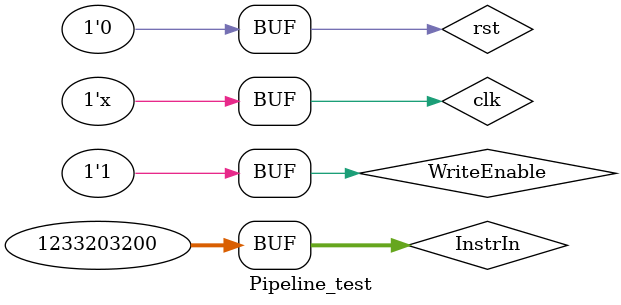
<source format=v>
`timescale 1ns / 1ps


module Pipeline_test;

	// Inputs
	reg [31:0] InstrIn;
	reg rst;
	reg clk;
	reg WriteEnable;

	// Outputs
	wire [31:0] ALUOut;
//	wire			DataSrc;
	
	// Instantiate the Unit Under Test (UUT)
	Pipeline uut (
		.InstrIn(InstrIn), 
		.rst(rst), 
		.clk(clk), 
		.WriteEnable(WriteEnable), 
		.ALUOut(ALUOut)
	);

	always #25
	clk = ~clk;

	initial begin
		// Initialize Inputs
		InstrIn = 0;
		rst = 1;
		clk = 0;
		WriteEnable = 0;
 

		// Wait 100 ns for global reset to finish
		#100;
      
		rst = 0;
		WriteEnable = 1;
		
		
//		---- I type ---
		#50
		InstrIn= 32'b011010_00000_00000_0000000000000101;		// I, add r0 with 00000005 =>   r0 = 00000005

		#50
		InstrIn= 32'b011010_00001_00001_0000000000001010;		// I, add r1 with 0000000A =>   r1 = 0000000A

		#50
		InstrIn= 32'b011010_00010_00010_1111111111111000;		// I, add r2 with 0000FFF8 =>   r2 = 0000FFF8

		#50
		InstrIn= 32'b011001_00011_00011_1111111111111000;		// I, not r3     				=>   r3 = FFFFFFFF
		
		#50
		InstrIn= 32'b011100_00100_00100_1010101010101010;		// I, or r4 with 0000AAAA  =>   r4 = 00000AAAA
		
		#50
		InstrIn= 32'b011101_00101_00101_1111111111111111;		// I, and r5 with 0000FFFF =>   r5 = 00000000
		
		#50
		InstrIn= 32'b011110_00110_00110_1111111111111000;		// I, slt r6 with 0000FFFF8 =>  r6 = 00000001

//		---- R type ---
		#50
		InstrIn= 32'b010001_00111_00001_00000_00000000000;		// R, not r1(0000000A)                   =>  r7 = FFFFFFF5

		#50
		InstrIn= 32'b010010_01000_00001_00010_00000000000;		// R, add r1(0000000A) with r2(0000FFF8) =>  r8 = 00010002
		
		#50
		InstrIn= 32'b010010_01001_00001_00011_00000000000;		// R, add r1(0000000A) with r3(FFFFFFFF) =>  r9 = 00000009
		
		#50
		InstrIn= 32'b010010_01010_00001_00100_00000000000;		// R, add r1(0000000A) with r4(0000AAAA) =>  r10 = 0000AAB4
		
		#50
		InstrIn= 32'b010010_01011_00001_00101_00000000000;		// R, add r1(0000000A) with r5(00000000) =>  r11 = 0000000A  
		
		#50
		InstrIn= 32'b010010_01100_00001_00110_00000000000;		// R, add r1(0000000A) wtih r6(00000001) =>  r12 = 0000000B  
		
		
		
//		// Add stimulus here

	end
      
endmodule


</source>
